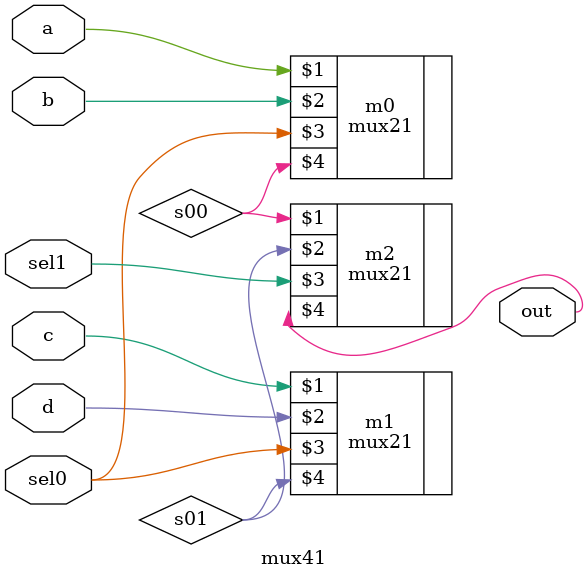
<source format=v>
`include "mux21.v"
module mux41(input a,b,c,d,sel0,sel1,output out);
wire s00,s01;
mux21 m0(a,b,sel0,s00);
mux21 m1(c,d,sel0,s01);
mux21 m2(s00,s01,sel1,out);
endmodule
</source>
